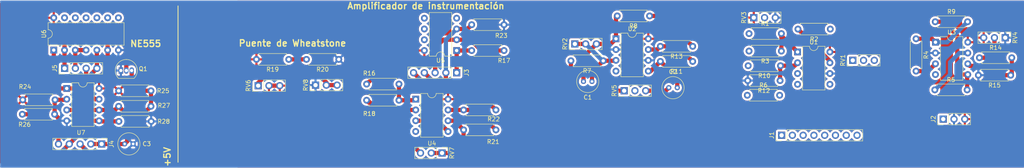
<source format=kicad_pcb>
(kicad_pcb (version 20211014) (generator pcbnew)
  (layers (0 "F.Cu" signal) (31 "B.Cu" signal) (34 "B.Paste" user) (35 "F.Paste" user) (36 "B.SilkS" user "B.Silkscreen") (37 "F.SilkS" user "F.Silkscreen") (38 "B.Mask" user) (39 "F.Mask" user) (44 "Edge.Cuts" user))
  (net 0 "")
  (net 1 "Net-(R3-Pad2)")
  (net 2 "+5V")
  (net 3 "/PID/INTEGRAL")
  (net 4 "GV-")
  (net 5 "GND")
  (net 6 "Net-(R21-Pad2)")
  (net 7 "Net-(R1-Pad1)")
  (net 8 "Net-(R13-Pad1)")
  (net 9 "Net-(R5-Pad2)")
  (net 10 "OUT2")
  (net 11 "Net-(C1-Pad1)")
  (net 12 "Net-(R21-Pad1)")
  (net 13 "Net-(R10-Pad2)")
  (net 14 "Net-(C2-Pad2)")
  (net 15 "Net-(R14-Pad1)")
  (net 16 "V+")
  (net 17 "VCC")
  (net 18 "Net-(R16-Pad1)")
  (net 19 "Net-(R18-Pad2)")
  (net 20 "GV+")
  (net 21 "OUT")
  (net 22 "/555/THR")
  (net 23 "/PID/ERROR")
  (net 24 "/PID/PERTURBACIÓN")
  (net 25 "/PID/SUMADOR")
  (net 26 "VEE")
  (net 27 "V-")
  (net 31 "/PID/DERIVATIVO")
  (net 32 "/PID/PROPORCIONAL")
  (net 33 "/PID/SP")
  (net 40 "Net-(C2-Pad1)")
  (net 41 "/555/DIS")
  (net 42 "/555/OP2-")
  (net 43 "/555/OP2+")
  (net 44 "/555/Q")
  (net 45 "/555/~Q")
  (net 46 "/555/OP1")
  (net 47 "/555/OP2")
  (footprint "Connector_PinHeader_2.54mm:PinHeader_1x03_P2.54mm_Vertical" (layer "F.Cu") (at 167.3798 107.6084 90)
    (fp_text reference "RV5" (at 0 -2.33 90) (layer "F.SilkS"))
    (fp_text value "RP")
    (pad "1" thru_hole rect (at 0 0 90) (size 1.7 1.7) (drill 1) (layers *.Cu *.Mask) (net 23 "/PID/ERROR"))
    (pad "2" thru_hole oval (at 0 2.54 90) (size 1.7 1.7) (drill 1) (layers *.Cu *.Mask) (net 23 "/PID/ERROR"))
    (pad "3" thru_hole oval (at 0 5.08 90) (size 1.7 1.7) (drill 1) (layers *.Cu *.Mask) (net 40 "Net-(C2-Pad1)"))
  )
  (footprint "Resistor_THT:R_Axial_DIN0207_L6.3mm_D2.5mm_P7.62mm_Horizontal" (layer "F.Cu") (at 25.6286 109.7534)
    (fp_text reference "R24" (at 0.54 -3.0734) (layer "F.SilkS"))
    (fp_text value "5k")
    (pad "1" thru_hole circle (at 0 0) (size 1.6 1.6) (drill 0.8) (layers *.Cu *.Mask) (net 2 "+5V"))
    (pad "2" thru_hole oval (at 7.62 0) (size 1.6 1.6) (drill 0.8) (layers *.Cu *.Mask) (net 43 "/555/OP2+"))
  )
  (footprint "Resistor_THT:R_Axial_DIN0207_L6.3mm_D2.5mm_P7.62mm_Horizontal" (layer "F.Cu") (at 88.33 100.2176 180)
    (fp_text reference "R19" (at 3.81 -2.37 180) (layer "F.SilkS"))
    (fp_text value "1k")
    (pad "1" thru_hole circle (at 0 0 180) (size 1.6 1.6) (drill 0.8) (layers *.Cu *.Mask) (net 16 "V+"))
    (pad "2" thru_hole oval (at 7.62 0 180) (size 1.6 1.6) (drill 0.8) (layers *.Cu *.Mask) (net 17 "VCC"))
  )
  (footprint "Package_DIP:DIP-8_W7.62mm" (layer "F.Cu") (at 208.2518 98.4744)
    (fp_text reference "U1" (at 3.81 -2.33) (layer "F.SilkS"))
    (fp_text value "TL062")
    (pad "1" thru_hole rect (at 0 0) (size 1.6 1.6) (drill 0.8) (layers *.Cu *.Mask) (net 23 "/PID/ERROR"))
    (pad "2" thru_hole oval (at 0 2.54) (size 1.6 1.6) (drill 0.8) (layers *.Cu *.Mask) (net 33 "/PID/SP"))
    (pad "3" thru_hole oval (at 0 5.08) (size 1.6 1.6) (drill 0.8) (layers *.Cu *.Mask) (net 1 "Net-(R3-Pad2)"))
    (pad "4" thru_hole oval (at 0 7.62) (size 1.6 1.6) (drill 0.8) (layers *.Cu *.Mask) (net 26 "VEE"))
    (pad "5" thru_hole oval (at 7.62 7.62) (size 1.6 1.6) (drill 0.8) (layers *.Cu *.Mask) (net 7 "Net-(R1-Pad1)"))
    (pad "6" thru_hole oval (at 7.62 5.08) (size 1.6 1.6) (drill 0.8) (layers *.Cu *.Mask) (net 5 "GND"))
    (pad "7" thru_hole oval (at 7.62 2.54) (size 1.6 1.6) (drill 0.8) (layers *.Cu *.Mask) (net 32 "/PID/PROPORCIONAL"))
    (pad "8" thru_hole oval (at 7.62 0) (size 1.6 1.6) (drill 0.8) (layers *.Cu *.Mask) (net 17 "VCC"))
  )
  (footprint "Resistor_THT:R_Axial_DIN0207_L6.3mm_D2.5mm_P7.62mm_Horizontal" (layer "F.Cu") (at 183.5342 97.1436 180)
    (fp_text reference "R13" (at 3.81 -2.37 180) (layer "F.SilkS"))
    (fp_text value "5k")
    (pad "1" thru_hole circle (at 0 0 180) (size 1.6 1.6) (drill 0.8) (layers *.Cu *.Mask) (net 8 "Net-(R13-Pad1)"))
    (pad "2" thru_hole oval (at 7.62 0 180) (size 1.6 1.6) (drill 0.8) (layers *.Cu *.Mask) (net 31 "/PID/DERIVATIVO"))
  )
  (footprint "Connector_PinHeader_2.54mm:PinHeader_1x03_P2.54mm_Vertical" (layer "F.Cu") (at 257.198 95.1116 -90)
    (fp_text reference "RV4" (at 0 -2.33 -90) (layer "F.SilkS"))
    (fp_text value "RP")
    (pad "1" thru_hole rect (at 0 0 270) (size 1.7 1.7) (drill 1) (layers *.Cu *.Mask) (net 5 "GND"))
    (pad "2" thru_hole oval (at 0 2.54 270) (size 1.7 1.7) (drill 1) (layers *.Cu *.Mask) (net 15 "Net-(R14-Pad1)"))
    (pad "3" thru_hole oval (at 0 5.08 270) (size 1.7 1.7) (drill 1) (layers *.Cu *.Mask) (net 17 "VCC"))
  )
  (footprint "Connector_PinHeader_2.54mm:PinHeader_1x03_P2.54mm_Vertical" (layer "F.Cu") (at 197.9294 90.3872 90)
    (fp_text reference "RV3" (at 0 -2.33 90) (layer "F.SilkS"))
    (fp_text value "RP")
    (pad "1" thru_hole rect (at 0 0 90) (size 1.7 1.7) (drill 1) (layers *.Cu *.Mask) (net 17 "VCC"))
    (pad "2" thru_hole oval (at 0 2.54 90) (size 1.7 1.7) (drill 1) (layers *.Cu *.Mask) (net 13 "Net-(R10-Pad2)"))
    (pad "3" thru_hole oval (at 0 5.08 90) (size 1.7 1.7) (drill 1) (layers *.Cu *.Mask) (net 5 "GND"))
  )
  (footprint "Resistor_THT:R_Axial_DIN0207_L6.3mm_D2.5mm_P7.62mm_Horizontal" (layer "F.Cu") (at 48.2346 107.6198)
    (fp_text reference "R25" (at 10.4902 0.0254) (layer "F.SilkS"))
    (fp_text value "100R")
    (pad "1" thru_hole circle (at 0 0) (size 1.6 1.6) (drill 0.8) (layers *.Cu *.Mask) (net 2 "+5V"))
    (pad "2" thru_hole oval (at 7.62 0) (size 1.6 1.6) (drill 0.8) (layers *.Cu *.Mask) (net 41 "/555/DIS"))
  )
  (footprint "Capacitor_THT:C_Radial_D5.0mm_H5.0mm_P2.00mm" (layer "F.Cu") (at 177.8954 106.8972)
    (fp_text reference "C2" (at 1 -3.75) (layer "F.SilkS"))
    (fp_text value "10u")
    (pad "1" thru_hole circle (at 0 0) (size 1.2 1.2) (drill 0.6) (layers *.Cu *.Mask) (net 40 "Net-(C2-Pad1)"))
    (pad "2" thru_hole circle (at 2 0) (size 1.2 1.2) (drill 0.6) (layers *.Cu *.Mask) (net 14 "Net-(C2-Pad2)"))
  )
  (footprint "Resistor_THT:R_Axial_DIN0207_L6.3mm_D2.5mm_P7.62mm_Horizontal" (layer "F.Cu") (at 204.127 105.2208 180)
    (fp_text reference "R12" (at 3.81 -2.37 180) (layer "F.SilkS"))
    (fp_text value "5k")
    (pad "1" thru_hole circle (at 0 0 180) (size 1.6 1.6) (drill 0.8) (layers *.Cu *.Mask) (net 33 "/PID/SP"))
    (pad "2" thru_hole oval (at 7.62 0 180) (size 1.6 1.6) (drill 0.8) (layers *.Cu *.Mask) (net 5 "GND"))
  )
  (footprint "Package_DIP:DIP-8_W7.62mm" (layer "F.Cu") (at 165.4494 95.3656)
    (fp_text reference "U2" (at 3.81 -2.33) (layer "F.SilkS"))
    (fp_text value "TL062")
    (pad "1" thru_hole rect (at 0 0) (size 1.6 1.6) (drill 0.8) (layers *.Cu *.Mask) (net 3 "/PID/INTEGRAL"))
    (pad "2" thru_hole oval (at 0 2.54) (size 1.6 1.6) (drill 0.8) (layers *.Cu *.Mask) (net 5 "GND"))
    (pad "3" thru_hole oval (at 0 5.08) (size 1.6 1.6) (drill 0.8) (layers *.Cu *.Mask) (net 11 "Net-(C1-Pad1)"))
    (pad "4" thru_hole oval (at 0 7.62) (size 1.6 1.6) (drill 0.8) (layers *.Cu *.Mask) (net 26 "VEE"))
    (pad "5" thru_hole oval (at 7.62 7.62) (size 1.6 1.6) (drill 0.8) (layers *.Cu *.Mask) (net 14 "Net-(C2-Pad2)"))
    (pad "6" thru_hole oval (at 7.62 5.08) (size 1.6 1.6) (drill 0.8) (layers *.Cu *.Mask) (net 5 "GND"))
    (pad "7" thru_hole oval (at 7.62 2.54) (size 1.6 1.6) (drill 0.8) (layers *.Cu *.Mask) (net 31 "/PID/DERIVATIVO"))
    (pad "8" thru_hole oval (at 7.62 0) (size 1.6 1.6) (drill 0.8) (layers *.Cu *.Mask) (net 17 "VCC"))
  )
  (footprint "Connector_PinHeader_2.54mm:PinHeader_1x03_P2.54mm_Vertical" (layer "F.Cu") (at 124.4576 122.2896 -90)
    (fp_text reference "RV7" (at 0 -2.33 -90) (layer "F.SilkS"))
    (fp_text value "RP")
    (pad "1" thru_hole rect (at 0 0 270) (size 1.7 1.7) (drill 1) (layers *.Cu *.Mask) (net 12 "Net-(R21-Pad1)"))
    (pad "2" thru_hole oval (at 0 2.54 270) (size 1.7 1.7) (drill 1) (layers *.Cu *.Mask) (net 12 "Net-(R21-Pad1)"))
    (pad "3" thru_hole oval (at 0 5.08 270) (size 1.7 1.7) (drill 1) (layers *.Cu *.Mask) (net 19 "Net-(R18-Pad2)"))
  )
  (footprint "Resistor_THT:R_Axial_DIN0207_L6.3mm_D2.5mm_P7.62mm_Horizontal" (layer "F.Cu") (at 100.12 100.2176 180)
    (fp_text reference "R20" (at 3.81 -2.37 180) (layer "F.SilkS"))
    (fp_text value "1k")
    (pad "1" thru_hole circle (at 0 0 180) (size 1.6 1.6) (drill 0.8) (layers *.Cu *.Mask) (net 5 "GND"))
    (pad "2" thru_hole oval (at 7.62 0 180) (size 1.6 1.6) (drill 0.8) (layers *.Cu *.Mask) (net 16 "V+"))
  )
  (footprint "Connector_PinHeader_2.54mm:PinHeader_1x08_P2.54mm_Vertical" (layer "F.Cu") (at 204.485 118.11 90)
    (fp_text reference "J1" (at 0 -2.33 90) (layer "F.SilkS"))
    (fp_text value "Conn_01x08")
    (pad "1" thru_hole rect (at 0 0 90) (size 1.7 1.7) (drill 1) (layers *.Cu *.Mask) (net 23 "/PID/ERROR"))
    (pad "2" thru_hole oval (at 0 2.54 90) (size 1.7 1.7) (drill 1) (layers *.Cu *.Mask) (net 24 "/PID/PERTURBACIÓN"))
    (pad "3" thru_hole oval (at 0 5.08 90) (size 1.7 1.7) (drill 1) (layers *.Cu *.Mask) (net 25 "/PID/SUMADOR"))
    (pad "4" thru_hole oval (at 0 7.62 90) (size 1.7 1.7) (drill 1) (layers *.Cu *.Mask) (net 31 "/PID/DERIVATIVO"))
    (pad "5" thru_hole oval (at 0 10.16 90) (size 1.7 1.7) (drill 1) (layers *.Cu *.Mask) (net 3 "/PID/INTEGRAL"))
    (pad "6" thru_hole oval (at 0 12.7 90) (size 1.7 1.7) (drill 1) (layers *.Cu *.Mask) (net 32 "/PID/PROPORCIONAL"))
    (pad "7" thru_hole oval (at 0 15.24 90) (size 1.7 1.7) (drill 1) (layers *.Cu *.Mask) (net 10 "OUT2"))
    (pad "8" thru_hole oval (at 0 17.78 90) (size 1.7 1.7) (drill 1) (layers *.Cu *.Mask) (net 33 "/PID/SP"))
  )
  (footprint "Package_DIP:DIP-14_W7.62mm" (layer "F.Cu") (at 32.9388 98.034 90)
    (fp_text reference "U6" (at 3.81 -2.33 90) (layer "F.SilkS"))
    (fp_text value "7400")
    (pad "1" thru_hole rect (at 0 0 90) (size 1.6 1.6) (drill 0.8) (layers *.Cu *.Mask) (net 46 "/555/OP1"))
    (pad "2" thru_hole oval (at 0 2.54 90) (size 1.6 1.6) (drill 0.8) (layers *.Cu *.Mask) (net 45 "/555/~Q"))
    (pad "3" thru_hole oval (at 0 5.08 90) (size 1.6 1.6) (drill 0.8) (layers *.Cu *.Mask) (net 44 "/555/Q"))
    (pad "4" thru_hole oval (at 0 7.62 90) (size 1.6 1.6) (drill 0.8) (layers *.Cu *.Mask) (net 44 "/555/Q"))
    (pad "5" thru_hole oval (at 0 10.16 90) (size 1.6 1.6) (drill 0.8) (layers *.Cu *.Mask) (net 47 "/555/OP2"))
    (pad "6" thru_hole oval (at 0 12.7 90) (size 1.6 1.6) (drill 0.8) (layers *.Cu *.Mask) (net 45 "/555/~Q"))
    (pad "7" thru_hole oval (at 0 15.24 90) (size 1.6 1.6) (drill 0.8) (layers *.Cu *.Mask) (net 5 "GND"))
    (pad "8" thru_hole oval (at 7.62 15.24 90) (size 1.6 1.6) (drill 0.8) (layers *.Cu *.Mask))
    (pad "9" thru_hole oval (at 7.62 12.7 90) (size 1.6 1.6) (drill 0.8) (layers *.Cu *.Mask))
    (pad "10" thru_hole oval (at 7.62 10.16 90) (size 1.6 1.6) (drill 0.8) (layers *.Cu *.Mask))
    (pad "11" thru_hole oval (at 7.62 7.62 90) (size 1.6 1.6) (drill 0.8) (layers *.Cu *.Mask))
    (pad "12" thru_hole oval (at 7.62 5.08 90) (size 1.6 1.6) (drill 0.8) (layers *.Cu *.Mask))
    (pad "13" thru_hole oval (at 7.62 2.54 90) (size 1.6 1.6) (drill 0.8) (layers *.Cu *.Mask))
    (pad "14" thru_hole oval (at 7.62 0 90) (size 1.6 1.6) (drill 0.8) (layers *.Cu *.Mask) (net 2 "+5V"))
  )
  (footprint "Resistor_THT:R_Axial_DIN0207_L6.3mm_D2.5mm_P7.62mm_Horizontal" (layer "F.Cu") (at 204.4318 98.2612 180)
    (fp_text reference "R3" (at 3.81 -2.37 180) (layer "F.SilkS"))
    (fp_text value "5k")
    (pad "1" thru_hole circle (at 0 0 180) (size 1.6 1.6) (drill 0.8) (layers *.Cu *.Mask) (net 23 "/PID/ERROR"))
    (pad "2" thru_hole oval (at 7.62 0 180) (size 1.6 1.6) (drill 0.8) (layers *.Cu *.Mask) (net 1 "Net-(R3-Pad2)"))
  )
  (footprint "Connector_PinHeader_2.54mm:PinHeader_1x05_P2.54mm_Vertical" (layer "F.Cu") (at 44.2164 120.1674 -90)
    (fp_text reference "J4" (at 0 -2.33 -90) (layer "F.SilkS"))
    (fp_text value "Conn_01x05")
    (pad "1" thru_hole rect (at 0 0 270) (size 1.7 1.7) (drill 1) (layers *.Cu *.Mask) (net 22 "/555/THR"))
    (pad "2" thru_hole oval (at 0 2.54 270) (size 1.7 1.7) (drill 1) (layers *.Cu *.Mask) (net 22 "/555/THR"))
    (pad "3" thru_hole oval (at 0 5.08 270) (size 1.7 1.7) (drill 1) (layers *.Cu *.Mask) (net 41 "/555/DIS"))
    (pad "4" thru_hole oval (at 0 7.62 270) (size 1.7 1.7) (drill 1) (layers *.Cu *.Mask) (net 42 "/555/OP2-"))
    (pad "5" thru_hole oval (at 0 10.16 270) (size 1.7 1.7) (drill 1) (layers *.Cu *.Mask) (net 43 "/555/OP2+"))
  )
  (footprint "Resistor_THT:R_Axial_DIN0207_L6.3mm_D2.5mm_P7.62mm_Horizontal" (layer "F.Cu") (at 204.2286 101.7156 180)
    (fp_text reference "R10" (at 3.81 -2.37 180) (layer "F.SilkS"))
    (fp_text value "5k")
    (pad "1" thru_hole circle (at 0 0 180) (size 1.6 1.6) (drill 0.8) (layers *.Cu *.Mask) (net 33 "/PID/SP"))
    (pad "2" thru_hole oval (at 7.62 0 180) (size 1.6 1.6) (drill 0.8) (layers *.Cu *.Mask) (net 13 "Net-(R10-Pad2)"))
  )
  (footprint "Resistor_THT:R_Axial_DIN0207_L6.3mm_D2.5mm_P7.62mm_Horizontal" (layer "F.Cu") (at 240.6014 107.4052)
    (fp_text reference "R5" (at 3.81 -2.37) (layer "F.SilkS"))
    (fp_text value "1k")
    (pad "1" thru_hole circle (at 0 0) (size 1.6 1.6) (drill 0.8) (layers *.Cu *.Mask) (net 10 "OUT2"))
    (pad "2" thru_hole oval (at 7.62 0) (size 1.6 1.6) (drill 0.8) (layers *.Cu *.Mask) (net 9 "Net-(R5-Pad2)"))
  )
  (footprint "Package_DIP:DIP-8_W7.62mm" (layer "F.Cu") (at 118.2526 109.5996)
    (fp_text reference "U4" (at 3.81 10.4154) (layer "F.SilkS"))
    (fp_text value "TL062")
    (pad "1" thru_hole rect (at 0 0) (size 1.6 1.6) (drill 0.8) (layers *.Cu *.Mask) (net 18 "Net-(R16-Pad1)"))
    (pad "2" thru_hole oval (at 0 2.54) (size 1.6 1.6) (drill 0.8) (layers *.Cu *.Mask) (net 19 "Net-(R18-Pad2)"))
    (pad "3" thru_hole oval (at 0 5.08) (size 1.6 1.6) (drill 0.8) (layers *.Cu *.Mask) (net 16 "V+"))
    (pad "4" thru_hole oval (at 0 7.62) (size 1.6 1.6) (drill 0.8) (layers *.Cu *.Mask) (net 26 "VEE"))
    (pad "5" thru_hole oval (at 7.62 7.62) (size 1.6 1.6) (drill 0.8) (layers *.Cu *.Mask) (net 27 "V-"))
    (pad "6" thru_hole oval (at 7.62 5.08) (size 1.6 1.6) (drill 0.8) (layers *.Cu *.Mask) (net 12 "Net-(R21-Pad1)"))
    (pad "7" thru_hole oval (at 7.62 2.54) (size 1.6 1.6) (drill 0.8) (layers *.Cu *.Mask) (net 6 "Net-(R21-Pad2)"))
    (pad "8" thru_hole oval (at 7.62 0) (size 1.6 1.6) (drill 0.8) (layers *.Cu *.Mask) (net 17 "VCC"))
  )
  (footprint "Capacitor_THT:C_Radial_D5.0mm_H5.0mm_P2.00mm" (layer "F.Cu") (at 159.7946 105.424 180)
    (fp_text reference "C1" (at 1 -3.75 180) (layer "F.SilkS"))
    (fp_text value "100u")
    (pad "1" thru_hole circle (at 0 0 180) (size 1.2 1.2) (drill 0.6) (layers *.Cu *.Mask) (net 11 "Net-(C1-Pad1)"))
    (pad "2" thru_hole circle (at 2 0 180) (size 1.2 1.2) (drill 0.6) (layers *.Cu *.Mask) (net 3 "/PID/INTEGRAL"))
  )
  (footprint "Package_TO_SOT_THT:TO-92_Inline" (layer "F.Cu") (at 48.768 102.849)
    (fp_text reference "Q1" (at 5.2324 -0.3854) (layer "F.SilkS"))
    (fp_text value "2N2222")
    (pad "1" thru_hole rect (at 0 0) (size 1.05 1.5) (drill 0.75) (layers *.Cu *.Mask) (net 5 "GND"))
    (pad "2" thru_hole oval (at 1.27 0) (size 1.05 1.5) (drill 0.75) (layers *.Cu *.Mask) (net 45 "/555/~Q"))
    (pad "3" thru_hole oval (at 2.54 0) (size 1.05 1.5) (drill 0.75) (layers *.Cu *.Mask) (net 41 "/555/DIS"))
  )
  (footprint "Package_DIP:DIP-8_W7.62mm" (layer "F.Cu") (at 240.7538 96.1784)
    (fp_text reference "U3" (at 3.81 -2.33) (layer "F.SilkS"))
    (fp_text value "TL062")
    (pad "1" thru_hole rect (at 0 0) (size 1.6 1.6) (drill 0.8) (layers *.Cu *.Mask) (net 25 "/PID/SUMADOR"))
    (pad "2" thru_hole oval (at 0 2.54) (size 1.6 1.6) (drill 0.8) (layers *.Cu *.Mask) (net 5 "GND"))
    (pad "3" thru_hole oval (at 0 5.08) (size 1.6 1.6) (drill 0.8) (layers *.Cu *.Mask) (net 8 "Net-(R13-Pad1)"))
    (pad "4" thru_hole oval (at 0 7.62) (size 1.6 1.6) (drill 0.8) (layers *.Cu *.Mask) (net 26 "VEE"))
    (pad "5" thru_hole oval (at 7.62 7.62) (size 1.6 1.6) (drill 0.8) (layers *.Cu *.Mask) (net 9 "Net-(R5-Pad2)"))
    (pad "6" thru_hole oval (at 7.62 5.08) (size 1.6 1.6) (drill 0.8) (layers *.Cu *.Mask) (net 24 "/PID/PERTURBACIÓN"))
    (pad "7" thru_hole oval (at 7.62 2.54) (size 1.6 1.6) (drill 0.8) (layers *.Cu *.Mask) (net 10 "OUT2"))
    (pad "8" thru_hole oval (at 7.62 0) (size 1.6 1.6) (drill 0.8) (layers *.Cu *.Mask) (net 17 "VCC"))
  )
  (footprint "Resistor_THT:R_Axial_DIN0207_L6.3mm_D2.5mm_P7.62mm_Horizontal" (layer "F.Cu") (at 162.4522 100.5472 180)
    (fp_text reference "R7" (at 3.81 -2.37 180) (layer "F.SilkS"))
    (fp_text value "5k")
    (pad "1" thru_hole circle (at 0 0 180) (size 1.6 1.6) (drill 0.8) (layers *.Cu *.Mask) (net 11 "Net-(C1-Pad1)"))
    (pad "2" thru_hole oval (at 7.62 0 180) (size 1.6 1.6) (drill 0.8) (layers *.Cu *.Mask) (net 23 "/PID/ERROR"))
  )
  (footprint "Resistor_THT:R_Axial_DIN0207_L6.3mm_D2.5mm_P7.62mm_Horizontal" (layer "F.Cu") (at 114.3 109.855 180)
    (fp_text reference "R18" (at 6.985 -3.175 180) (layer "F.SilkS"))
    (fp_text value "1k")
    (pad "1" thru_hole circle (at 0 0 180) (size 1.6 1.6) (drill 0.8) (layers *.Cu *.Mask) (net 18 "Net-(R16-Pad1)"))
    (pad "2" thru_hole oval (at 7.62 0 180) (size 1.6 1.6) (drill 0.8) (layers *.Cu *.Mask) (net 19 "Net-(R18-Pad2)"))
  )
  (footprint "Resistor_THT:R_Axial_DIN0207_L6.3mm_D2.5mm_P7.62mm_Horizontal" (layer "F.Cu") (at 196.4054 108.6752)
    (fp_text reference "R6" (at 3.81 -2.37) (layer "F.SilkS"))
    (fp_text value "5k")
    (pad "1" thru_hole circle (at 0 0) (size 1.6 1.6) (drill 0.8) (layers *.Cu *.Mask) (net 1 "Net-(R3-Pad2)"))
    (pad "2" thru_hole oval (at 7.62 0) (size 1.6 1.6) (drill 0.8) (layers *.Cu *.Mask) (net 10 "OUT2"))
  )
  (footprint "Resistor_THT:R_Axial_DIN0207_L6.3mm_D2.5mm_P7.62mm_Horizontal" (layer "F.Cu") (at 258.483 103.9508 180)
    (fp_text reference "R15" (at 3.81 -2.37 180) (layer "F.SilkS"))
    (fp_text value "1k")
    (pad "1" thru_hole circle (at 0 0 180) (size 1.6 1.6) (drill 0.8) (layers *.Cu *.Mask) (net 24 "/PID/PERTURBACIÓN"))
    (pad "2" thru_hole oval (at 7.62 0 180) (size 1.6 1.6) (drill 0.8) (layers *.Cu *.Mask) (net 5 "GND"))
  )
  (footprint "Connector_PinHeader_2.54mm:PinHeader_1x04_P2.54mm_Vertical" (layer "F.Cu") (at 35.4938 102.3366 90)
    (fp_text reference "J5" (at 0 -2.33 90) (layer "F.SilkS"))
    (fp_text value "Conn_01x04")
    (pad "1" thru_hole rect (at 0 0 90) (size 1.7 1.7) (drill 1) (layers *.Cu *.Mask) (net 45 "/555/~Q"))
    (pad "2" thru_hole oval (at 0 2.54 90) (size 1.7 1.7) (drill 1) (layers *.Cu *.Mask) (net 44 "/555/Q"))
    (pad "3" thru_hole oval (at 0 5.08 90) (size 1.7 1.7) (drill 1) (layers *.Cu *.Mask) (net 46 "/555/OP1"))
    (pad "4" thru_hole oval (at 0 7.62 90) (size 1.7 1.7) (drill 1) (layers *.Cu *.Mask) (net 47 "/555/OP2"))
  )
  (footprint "Resistor_THT:R_Axial_DIN0207_L6.3mm_D2.5mm_P7.62mm_Horizontal" (layer "F.Cu") (at 33.147 113.157 180)
    (fp_text reference "R26" (at 7.08 -2.413 180) (layer "F.SilkS"))
    (fp_text value "5k")
    (pad "1" thru_hole circle (at 0 0 180) (size 1.6 1.6) (drill 0.8) (layers *.Cu *.Mask) (net 43 "/555/OP2+"))
    (pad "2" thru_hole oval (at 7.62 0 180) (size 1.6 1.6) (drill 0.8) (layers *.Cu *.Mask) (net 42 "/555/OP2-"))
  )
  (footprint "Resistor_THT:R_Axial_DIN0207_L6.3mm_D2.5mm_P7.62mm_Horizontal" (layer "F.Cu") (at 129.54 112.1396)
    (fp_text reference "R22" (at 7.08 2.1704) (layer "F.SilkS"))
    (fp_text value "1k")
    (pad "1" thru_hole circle (at 0 0) (size 1.6 1.6) (drill 0.8) (layers *.Cu *.Mask) (net 6 "Net-(R21-Pad2)"))
    (pad "2" thru_hole oval (at 7.62 0) (size 1.6 1.6) (drill 0.8) (layers *.Cu *.Mask) (net 4 "GV-"))
  )
  (footprint "Resistor_THT:R_Axial_DIN0207_L6.3mm_D2.5mm_P7.62mm_Horizontal" (layer "F.Cu") (at 139.065 98.1346 180)
    (fp_text reference "R17" (at 0 -2.37 180) (layer "F.SilkS"))
    (fp_text value "10k")
    (pad "1" thru_hole circle (at 0 0 180) (size 1.6 1.6) (drill 0.8) (layers *.Cu *.Mask) (net 20 "GV+"))
    (pad "2" thru_hole oval (at 7.62 0 180) (size 1.6 1.6) (drill 0.8) (layers *.Cu *.Mask) (net 21 "OUT"))
  )
  (footprint "Resistor_THT:R_Axial_DIN0207_L6.3mm_D2.5mm_P7.62mm_Horizontal" (layer "F.Cu") (at 55.8546 111.2774 180)
    (fp_text reference "R27" (at -3.048 0.1778 180) (layer "F.SilkS"))
    (fp_text value "2k")
    (pad "1" thru_hole circle (at 0 0 180) (size 1.6 1.6) (drill 0.8) (layers *.Cu *.Mask) (net 41 "/555/DIS"))
    (pad "2" thru_hole oval (at 7.62 0 180) (size 1.6 1.6) (drill 0.8) (layers *.Cu *.Mask) (net 22 "/555/THR"))
  )
  (footprint "Resistor_THT:R_Axial_DIN0207_L6.3mm_D2.5mm_P7.62mm_Horizontal" (layer "F.Cu") (at 173.3742 89.9808 180)
    (fp_text reference "R8" (at 3.81 -2.37 180) (layer "F.SilkS"))
    (fp_text value "5k")
    (pad "1" thru_hole circle (at 0 0 180) (size 1.6 1.6) (drill 0.8) (layers *.Cu *.Mask) (net 8 "Net-(R13-Pad1)"))
    (pad "2" thru_hole oval (at 7.62 0 180) (size 1.6 1.6) (drill 0.8) (layers *.Cu *.Mask) (net 3 "/PID/INTEGRAL"))
  )
  (footprint "Resistor_THT:R_Axial_DIN0207_L6.3mm_D2.5mm_P7.62mm_Horizontal" (layer "F.Cu") (at 129.54 116.84)
    (fp_text reference "R21" (at 6.9724 2.8054) (layer "F.SilkS"))
    (fp_text value "1k")
    (pad "1" thru_hole circle (at 0 0) (size 1.6 1.6) (drill 0.8) (layers *.Cu *.Mask) (net 12 "Net-(R21-Pad1)"))
    (pad "2" thru_hole oval (at 7.62 0) (size 1.6 1.6) (drill 0.8) (layers *.Cu *.Mask) (net 6 "Net-(R21-Pad2)"))
  )
  (footprint "Resistor_THT:R_Axial_DIN0207_L6.3mm_D2.5mm_P7.62mm_Horizontal" (layer "F.Cu") (at 236.1818 95.3656 -90)
    (fp_text reference "R4" (at 3.81 -2.37 -90) (layer "F.SilkS"))
    (fp_text value "5k")
    (pad "1" thru_hole circle (at 0 0 270) (size 1.6 1.6) (drill 0.8) (layers *.Cu *.Mask) (net 25 "/PID/SUMADOR"))
    (pad "2" thru_hole oval (at 7.62 0 270) (size 1.6 1.6) (drill 0.8) (layers *.Cu *.Mask) (net 8 "Net-(R13-Pad1)"))
  )
  (footprint "Resistor_THT:R_Axial_DIN0207_L6.3mm_D2.5mm_P7.62mm_Horizontal" (layer "F.Cu") (at 183.5342 100.6996 180)
    (fp_text reference "R11" (at 3.81 -2.37 180) (layer "F.SilkS"))
    (fp_text value "5k")
    (pad "1" thru_hole circle (at 0 0 180) (size 1.6 1.6) (drill 0.8) (layers *.Cu *.Mask) (net 31 "/PID/DERIVATIVO"))
    (pad "2" thru_hole oval (at 7.62 0 180) (size 1.6 1.6) (drill 0.8) (layers *.Cu *.Mask) (net 14 "Net-(C2-Pad2)"))
  )
  (footprint "Connector_PinHeader_2.54mm:PinHeader_1x03_P2.54mm_Vertical" (layer "F.Cu") (at 155.7616 96.5848 90)
    (fp_text reference "RV2" (at 0 -2.33 90) (layer "F.SilkS"))
    (fp_text value "RP")
    (pad "1" thru_hole rect (at 0 0 90) (size 1.7 1.7) (drill 1) (layers *.Cu *.Mask) (net 11 "Net-(C1-Pad1)"))
    (pad "2" thru_hole oval (at 0 2.54 90) (size 1.7 1.7) (drill 1) (layers *.Cu *.Mask) (net 11 "Net-(C1-Pad1)"))
    (pad "3" thru_hole oval (at 0 5.08 90) (size 1.7 1.7) (drill 1) (layers *.Cu *.Mask) (net 3 "/PID/INTEGRAL"))
  )
  (footprint "Resistor_THT:R_Axial_DIN0207_L6.3mm_D2.5mm_P7.62mm_Horizontal" (layer "F.Cu") (at 114.3 106.045 180)
    (fp_text reference "R16" (at 6.985 2.54 180) (layer "F.SilkS"))
    (fp_text value "R1")
    (pad "1" thru_hole circle (at 0 0 180) (size 1.6 1.6) (drill 0.8) (layers *.Cu *.Mask) (net 18 "Net-(R16-Pad1)"))
    (pad "2" thru_hole oval (at 7.62 0 180) (size 1.6 1.6) (drill 0.8) (layers *.Cu *.Mask) (net 20 "GV+"))
  )
  (footprint "Package_DIP:DIP-8_W7.62mm" (layer "F.Cu") (at 127.9016 98.1346 180)
    (fp_text reference "U5" (at 3.81 -2.33 180) (layer "F.SilkS"))
    (fp_text value "TL062")
    (pad "1" thru_hole rect (at 0 0 180) (size 1.6 1.6) (drill 0.8) (layers *.Cu *.Mask) (net 21 "OUT"))
    (pad "2" thru_hole oval (at 0 2.54 180) (size 1.6 1.6) (drill 0.8) (layers *.Cu *.Mask) (net 20 "GV+"))
    (pad "3" thru_hole oval (at 0 5.08 180) (size 1.6 1.6) (drill 0.8) (layers *.Cu *.Mask) (net 4 "GV-"))
    (pad "4" thru_hole oval (at 0 7.62 180) (size 1.6 1.6) (drill 0.8) (layers *.Cu *.Mask) (net 26 "VEE"))
    (pad "5" thru_hole oval (at 7.62 7.62 180) (size 1.6 1.6) (drill 0.8) (layers *.Cu *.Mask))
    (pad "6" thru_hole oval (at 7.62 5.08 180) (size 1.6 1.6) (drill 0.8) (layers *.Cu *.Mask))
    (pad "7" thru_hole oval (at 7.62 2.54 180) (size 1.6 1.6) (drill 0.8) (layers *.Cu *.Mask))
    (pad "8" thru_hole oval (at 7.62 0 180) (size 1.6 1.6) (drill 0.8) (layers *.Cu *.Mask) (net 17 "VCC"))
  )
  (footprint "Capacitor_THT:C_Radial_D5.0mm_H5.0mm_P2.00mm" (layer "F.Cu") (at 49.6476 120.142)
    (fp_text reference "C3" (at 5.207 0) (layer "F.SilkS"))
    (fp_text value "10u")
    (pad "1" thru_hole circle (at 0 0) (size 1.2 1.2) (drill 0.6) (layers *.Cu *.Mask) (net 22 "/555/THR"))
    (pad "2" thru_hole circle (at 2 0) (size 1.2 1.2) (drill 0.6) (layers *.Cu *.Mask) (net 5 "GND"))
  )
  (footprint "Connector_PinHeader_2.54mm:PinHeader_1x05_P2.54mm_Vertical" (layer "F.Cu") (at 127.9016 103.3666 -90)
    (fp_text reference "J3" (at 0 -2.33 -90) (layer "F.SilkS"))
    (fp_text value "Conn_01x05")
    (pad "1" thru_hole rect (at 0 0 270) (size 1.7 1.7) (drill 1) (layers *.Cu *.Mask) (net 21 "OUT"))
    (pad "2" thru_hole oval (at 0 2.54 270) (size 1.7 1.7) (drill 1) (layers *.Cu *.Mask) (net 4 "GV-"))
    (pad "3" thru_hole oval (at 0 5.08 270) (size 1.7 1.7) (drill 1) (layers *.Cu *.Mask) (net 20 "GV+"))
    (pad "4" thru_hole oval (at 0 7.62 270) (size 1.7 1.7) (drill 1) (layers *.Cu *.Mask) (net 27 "V-"))
    (pad "5" thru_hole oval (at 0 10.16 270) (size 1.7 1.7) (drill 1) (layers *.Cu *.Mask) (net 16 "V+"))
  )
  (footprint "Connector_PinHeader_2.54mm:PinHeader_1x03_P2.54mm_Vertical" (layer "F.Cu") (at 81.123 106.4176 90)
    (fp_text reference "RV6" (at 0 -2.33 90) (layer "F.SilkS"))
    (fp_text value "RP")
    (pad "1" thru_hole rect (at 0 0 90) (size 1.7 1.7) (drill 1) (layers *.Cu *.Mask) (net 27 "V-"))
    (pad "2" thru_hole oval (at 0 2.54 90) (size 1.7 1.7) (drill 1) (layers *.Cu *.Mask) (net 17 "VCC"))
    (pad "3" thru_hole oval (at 0 5.08 90) (size 1.7 1.7) (drill 1) (layers *.Cu *.Mask) (net 17 "VCC"))
  )
  (footprint "Connector_PinHeader_2.54mm:PinHeader_1x03_P2.54mm_Vertical" (layer "F.Cu") (at 242.585 114.3 90)
    (fp_text reference "J2" (at 0 -2.33 90) (layer "F.SilkS"))
    (fp_text value "Conn_01x03")
    (pad "1" thru_hole rect (at 0 0 90) (size 1.7 1.7) (drill 1) (layers *.Cu *.Mask) (net 26 "VEE"))
    (pad "2" thru_hole oval (at 0 2.54 90) (size 1.7 1.7) (drill 1) (layers *.Cu *.Mask) (net 5 "GND"))
    (pad "3" thru_hole oval (at 0 5.08 90) (size 1.7 1.7) (drill 1) (layers *.Cu *.Mask) (net 17 "VCC"))
  )
  (footprint "Package_DIP:DIP-8_W7.62mm" (layer "F.Cu") (at 36.0018 107.071)
    (fp_text reference "U7" (at 3.3682 10.404) (layer "F.SilkS"))
    (fp_text value "TL062")
    (pad "1" thru_hole rect (at 0 0) (size 1.6 1.6) (drill 0.8) (layers *.Cu *.Mask) (net 46 "/555/OP1"))
    (pad "2" thru_hole oval (at 0 2.54) (size 1.6 1.6) (drill 0.8) (layers *.Cu *.Mask) (net 43 "/555/OP2+"))
    (pad "3" thru_hole oval (at 0 5.08) (size 1.6 1.6) (drill 0.8) (layers *.Cu *.Mask) (net 22 "/555/THR"))
    (pad "4" thru_hole oval (at 0 7.62) (size 1.6 1.6) (drill 0.8) (layers *.Cu *.Mask) (net 5 "GND"))
    (pad "5" thru_hole oval (at 7.62 7.62) (size 1.6 1.6) (drill 0.8) (layers *.Cu *.Mask) (net 42 "/555/OP2-"))
    (pad "6" thru_hole oval (at 7.62 5.08) (size 1.6 1.6) (drill 0.8) (layers *.Cu *.Mask) (net 22 "/555/THR"))
    (pad "7" thru_hole oval (at 7.62 2.54) (size 1.6 1.6) (drill 0.8) (layers *.Cu *.Mask) (net 47 "/555/OP2"))
    (pad "8" thru_hole oval (at 7.62 0) (size 1.6 1.6) (drill 0.8) (layers *.Cu *.Mask) (net 2 "+5V"))
  )
  (footprint "Resistor_THT:R_Axial_DIN0207_L6.3mm_D2.5mm_P7.62mm_Horizontal" (layer "F.Cu") (at 240.703 91.3524)
    (fp_text reference "R9" (at 3.81 -2.37) (layer "F.SilkS"))
    (fp_text value "1k")
    (pad "1" thru_hole circle (at 0 0) (size 1.6 1.6) (drill 0.8) (layers *.Cu *.Mask) (net 9 "Net-(R5-Pad2)"))
    (pad "2" thru_hole oval (at 7.62 0) (size 1.6 1.6) (drill 0.8) (layers *.Cu *.Mask) (net 25 "/PID/SUMADOR"))
  )
  (footprint "Resistor_THT:R_Axial_DIN0207_L6.3mm_D2.5mm_P7.62mm_Horizontal" (layer "F.Cu") (at 48.2854 114.8334)
    (fp_text reference "R28" (at 10.5664 0.0254) (layer "F.SilkS"))
    (fp_text value "5k")
    (pad "1" thru_hole circle (at 0 0) (size 1.6 1.6) (drill 0.8) (layers *.Cu *.Mask) (net 42 "/555/OP2-"))
    (pad "2" thru_hole oval (at 7.62 0) (size 1.6 1.6) (drill 0.8) (layers *.Cu *.Mask) (net 5 "GND"))
  )
  (footprint "Resistor_THT:R_Axial_DIN0207_L6.3mm_D2.5mm_P7.62mm_Horizontal" (layer "F.Cu") (at 215.9634 93.0796 180)
    (fp_text reference "R2" (at 3.81 -2.37 180) (layer "F.SilkS"))
    (fp_text value "5k")
    (pad "1" thru_hole circle (at 0 0 180) (size 1.6 1.6) (drill 0.8) (layers *.Cu *.Mask) (net 8 "Net-(R13-Pad1)"))
    (pad "2" thru_hole oval (at 7.62 0 180) (size 1.6 1.6) (drill 0.8) (layers *.Cu *.Mask) (net 32 "/PID/PROPORCIONAL"))
  )
  (footprint "Connector_PinHeader_2.54mm:PinHeader_1x03_P2.54mm_Vertical" (layer "F.Cu") (at 221.2616 100.4456 90)
    (fp_text reference "RV1" (at 0 -2.33 90) (layer "F.SilkS"))
    (fp_text value "RP")
    (pad "1" thru_hole rect (at 0 0 90) (size 1.7 1.7) (drill 1) (layers *.Cu *.Mask) (net 7 "Net-(R1-Pad1)"))
    (pad "2" thru_hole oval (at 0 2.54 90) (size 1.7 1.7) (drill 1) (layers *.Cu *.Mask) (net 7 "Net-(R1-Pad1)"))
    (pad "3" thru_hole oval (at 0 5.08 90) (size 1.7 1.7) (drill 1) (layers *.Cu *.Mask) (net 32 "/PID/PROPORCIONAL"))
  )
  (footprint "Connector_PinHeader_2.54mm:PinHeader_1x03_P2.54mm_Vertical" (layer "F.Cu") (at 94.638 106.2876 90)
    (fp_text reference "RV8" (at 0 -2.33 90) (layer "F.SilkS"))
    (fp_text value "RP")
    (pad "1" thru_hole rect (at 0 0 90) (size 1.7 1.7) (drill 1) (layers *.Cu *.Mask) (net 5 "GND"))
    (pad "2" thru_hole oval (at 0 2.54 90) (size 1.7 1.7) (drill 1) (layers *.Cu *.Mask) (net 27 "V-"))
    (pad "3" thru_hole oval (at 0 5.08 90) (size 1.7 1.7) (drill 1) (layers *.Cu *.Mask) (net 27 "V-"))
  )
  (footprint "Resistor_THT:R_Axial_DIN0207_L6.3mm_D2.5mm_P7.62mm_Horizontal" (layer "F.Cu") (at 251.117 99.836)
    (fp_text reference "R14" (at 3.81 -2.37) (layer "F.SilkS"))
    (fp_text value "1k")
    (pad "1" thru_hole circle (at 0 0) (size 1.6 1.6) (drill 0.8) (layers *.Cu *.Mask) (net 15 "Net-(R14-Pad1)"))
    (pad "2" thru_hole oval (at 7.62 0) (size 1.6 1.6) (drill 0.8) (layers *.Cu *.Mask) (net 24 "/PID/PERTURBACIÓN"))
  )
  (footprint "Resistor_THT:R_Axial_DIN0207_L6.3mm_D2.5mm_P7.62mm_Horizontal" (layer "F.Cu") (at 131.445 92.0486)
    (fp_text reference "R23" (at 6.985 2.5664) (layer "F.SilkS"))
    (fp_text value "10k")
    (pad "1" thru_hole circle (at 0 0) (size 1.6 1.6) (drill 0.8) (layers *.Cu *.Mask) (net 4 "GV-"))
    (pad "2" thru_hole oval (at 7.62 0) (size 1.6 1.6) (drill 0.8) (layers *.Cu *.Mask) (net 5 "GND"))
  )
  (footprint "Resistor_THT:R_Axial_DIN0207_L6.3mm_D2.5mm_P7.62mm_Horizontal" (layer "F.Cu") (at 196.8118 94.1464)
    (fp_text reference "R1" (at 3.81 -2.37) (layer "F.SilkS"))
    (fp_text value "5k")
    (pad "1" thru_hole circle (at 0 0) (size 1.6 1.6) (drill 0.8) (layers *.Cu *.Mask) (net 7 "Net-(R1-Pad1)"))
    (pad "2" thru_hole oval (at 7.62 0) (size 1.6 1.6) (drill 0.8) (layers *.Cu *.Mask) (net 23 "/PID/ERROR"))
  )
  (gr_line (start 62.23 87.63) (end 62.23 124.46) (layer "F.SilkS") (width 0.2))
  (gr_text "NE555" (at 54.61 96.52) (layer "F.SilkS") (effects (font (size 1.5 1.5) (thickness 0.3))))
  (gr_text "+5V" (at 59.69 123.19 90) (layer "F.SilkS") (effects (font (size 1.5 1.5) (thickness 0.3))))
  (gr_text "Amplificador de instrumentación" (at 120.65 87.63) (layer "F.SilkS") (effects (font (size 1.5 1.5) (thickness 0.3))))
  (gr_text "Puente de Wheatstone" (at 89.198 96.4076) (layer "F.SilkS") (effects (font (size 1.5 1.5) (thickness 0.3))))
  (segment (start 164.2302 96.5848) (end 165.4494 95.3656) (width 1) (layer "F.Cu") (net 3))
  (segment (start 165.4494 95.3656) (end 165.4494 90.2856) (width 1) (layer "F.Cu") (net 3))
  (segment (start 157.7946 105.424) (end 157.7946 99.6318) (width 1) (layer "F.Cu") (net 3))
  (segment (start 157.7946 99.6318) (end 160.8416 96.5848) (width 1) (layer "F.Cu") (net 3))
  (segment (start 160.8416 96.5848) (end 164.2302 96.5848) (width 1) (layer "F.Cu") (net 3))
  (segment (start 165.4494 90.2856) (end 165.7542 89.9808) (width 1) (layer "F.Cu") (net 3))
  (segment (start 127.9016 93.0546) (end 130.439 93.0546) (width 1) (layer "F.Cu") (net 4))
  (segment (start 137.16 112.1396) (end 134.2404 109.22) (width 1) (layer "F.Cu") (net 4))
  (segment (start 134.2404 109.22) (end 129.54 109.22) (width 1) (layer "F.Cu") (net 4))
  (segment (start 125.3616 105.0416) (end 125.3616 103.3666) (width 1) (layer "F.Cu") (net 4))
  (segment (start 130.439 93.0546) (end 131.445 92.0486) (width 1) (layer "F.Cu") (net 4))
  (segment (start 129.54 109.22) (end 125.3616 105.0416) (width 1) (layer "F.Cu") (net 4))
  (segment (start 125.3616 95.5946) (end 127.9016 93.0546) (width 1) (layer "B.Cu") (net 4))
  (segment (start 125.3616 103.3666) (end 125.3616 95.5946) (width 1) (layer "B.Cu") (net 4))
  (segment (start 132.4596 112.1396) (end 137.16 116.84) (width 1) (layer "F.Cu") (net 6))
  (segment (start 125.8726 112.1396) (end 129.54 112.1396) (width 1) (layer "F.Cu") (net 6))
  (segment (start 129.54 112.1396) (end 132.4596 112.1396) (width 1) (layer "F.Cu") (net 6))
  (segment (start 236.1818 102.9856) (end 239.0266 102.9856) (width 1) (layer "F.Cu") (net 8))
  (segment (start 239.0266 102.9856) (end 240.7538 101.2584) (width 1) (layer "F.Cu") (net 8))
  (segment (start 176.3714 89.9808) (end 183.5342 97.1436) (width 1) (layer "F.Cu") (net 8))
  (segment (start 173.3742 89.9808) (end 176.3714 89.9808) (width 1) (layer "F.Cu") (net 8))
  (segment (start 242.5826 91.3524) (end 245.8846 94.6544) (width 1) (layer "F.Cu") (net 9))
  (segment (start 240.703 91.3524) (end 242.5826 91.3524) (width 1) (layer "F.Cu") (net 9))
  (segment (start 245.8846 103.2396) (end 246.4434 103.7984) (width 1) (layer "F.Cu") (net 9))
  (segment (start 248.2214 107.4052) (end 248.2214 103.9508) (width 1) (layer "F.Cu") (net 9))
  (segment (start 245.8846 94.6544) (end 245.8846 103.2396) (width 1) (layer "F.Cu") (net 9))
  (segment (start 248.2214 103.9508) (end 248.3738 103.7984) (width 1) (layer "F.Cu") (net 9))
  (segment (start 246.4434 103.7984) (end 248.3738 103.7984) (width 1) (layer "F.Cu") (net 9))
  (segment (start 244.2082 103.7984) (end 244.2082 100.9028) (width 1) (layer "B.Cu") (net 10))
  (segment (start 244.2082 100.9028) (end 246.3926 98.7184) (width 1) (layer "B.Cu") (net 10))
  (segment (start 240.6014 107.4052) (end 244.2082 103.7984) (width 1) (layer "B.Cu") (net 10))
  (segment (start 246.3926 98.7184) (end 248.3738 98.7184) (width 1) (layer "B.Cu") (net 10))
  (segment (start 158.3016 96.5848) (end 155.7616 96.5848) (width 1) (layer "F.Cu") (net 11))
  (segment (start 159.7946 105.424) (end 159.7946 103.2048) (width 1) (layer "F.Cu") (net 11))
  (segment (start 162.4522 100.5472) (end 165.3478 100.5472) (width 1) (layer "F.Cu") (net 11))
  (segment (start 165.3478 100.5472) (end 165.4494 100.4456) (width 1) (layer "F.Cu") (net 11))
  (segment (start 159.7946 103.2048) (end 162.4522 100.5472) (width 1) (layer "F.Cu") (net 11))
  (segment (start 162.264 100.5472) (end 158.3016 96.5848) (width 1) (layer "B.Cu") (net 11))
  (segment (start 162.4522 100.5472) (end 162.264 100.5472) (width 1) (layer "B.Cu") (net 11))
  (segment (start 127.3796 114.6796) (end 129.54 116.84) (width 1) (layer "F.Cu") (net 12))
  (segment (start 127.2654 122.2896) (end 124.4576 122.2896) (width 1) (layer "F.Cu") (net 12))
  (segment (start 125.8726 114.6796) (end 127.3796 114.6796) (width 1) (layer "F.Cu") (net 12))
  (segment (start 129.54 120.015) (end 127.2654 122.2896) (width 1) (layer "F.Cu") (net 12))
  (segment (start 124.4576 122.2896) (end 121.9176 122.2896) (width 1) (layer "F.Cu") (net 12))
  (segment (start 129.54 116.84) (end 129.54 120.015) (width 1) (layer "F.Cu") (net 12))
  (segment (start 173.6282 102.9856) (end 175.9142 100.6996) (width 1) (layer "F.Cu") (net 14))
  (segment (start 173.0694 102.9856) (end 173.6282 102.9856) (width 1) (layer "F.Cu") (net 14))
  (segment (start 179.8954 106.8972) (end 179.8954 104.6808) (width 1) (layer "F.Cu") (net 14))
  (segment (start 179.8954 104.6808) (end 175.9142 100.6996) (width 1) (layer "F.Cu") (net 14))
  (segment (start 252.387 99.836) (end 254.658 97.565) (width 1) (layer "F.Cu") (net 15))
  (segment (start 251.117 99.836) (end 252.387 99.836) (width 1) (layer "F.Cu") (net 15))
  (segment (start 254.658 97.565) (end 254.658 95.1116) (width 1) (layer "F.Cu") (net 15))
  (segment (start 120.65 106.275) (end 120.65 113.665) (width 1) (layer "F.Cu") (net 16))
  (segment (start 120.65 113.665) (end 119.6354 114.6796) (width 1) (layer "F.Cu") (net 16))
  (segment (start 88.33 100.2176) (end 92.5 100.2176) (width 1) (layer "F.Cu") (net 16))
  (segment (start 119.6354 114.6796) (end 118.2526 114.6796) (width 1) (layer "F.Cu") (net 16))
  (segment (start 92.42 100.1376) (end 92.5 100.2176) (width 1) (layer "F.Cu") (net 16))
  (segment (start 117.7416 103.3666) (end 120.65 106.275) (width 1) (layer "F.Cu") (net 16))
  (segment (start 83.663 106.4176) (end 86.203 106.4176) (width 1) (layer "F.Cu") (net 17))
  (segment (start 114.3 106.045) (end 114.3 109.855) (width 1) (layer "F.Cu") (net 18))
  (segment (start 117.9972 109.855) (end 118.2526 109.5996) (width 1) (layer "F.Cu") (net 18))
  (segment (start 114.3 109.855) (end 117.9972 109.855) (width 1) (layer "F.Cu") (net 18))
  (segment (start 118.2276 109.5746) (end 118.2526 109.5996) (width 1) (layer "F.Cu") (net 18))
  (segment (start 119.3776 122.2896) (end 106.943 109.855) (width 1) (layer "F.Cu") (net 19))
  (segment (start 108.9646 112.1396) (end 118.2526 112.1396) (width 1) (layer "F.Cu") (net 19))
  (segment (start 106.68 109.855) (end 108.9646 112.1396) (width 1) (layer "F.Cu") (net 19))
  (segment (start 106.943 109.855) (end 106.68 109.855) (width 1) (layer "F.Cu") (net 19))
  (segment (start 122.8216 103.3666) (end 122.8216 97.5234) (width 1) (layer "F.Cu") (net 20))
  (segment (start 131.1546 95.5946) (end 133.6946 98.1346) (width 1) (layer "F.Cu") (net 20))
  (segment (start 127.9016 95.5946) (end 131.1546 95.5946) (width 1) (layer "F.Cu") (net 20))
  (segment (start 122.8216 97.5234) (end 124.7504 95.5946) (width 1) (layer "F.Cu") (net 20))
  (segment (start 106.68 106.045) (end 111.76 100.965) (width 1) (layer "F.Cu") (net 20))
  (segment (start 121.92 100.965) (end 122.8216 101.8666) (width 1) (layer "F.Cu") (net 20))
  (segment (start 111.76 100.965) (end 121.92 100.965) (width 1) (layer "F.Cu") (net 20))
  (segment (start 133.6946 98.1346) (end 139.065 98.1346) (width 1) (layer "F.Cu") (net 20))
  (segment (start 124.7504 95.5946) (end 127.9016 95.5946) (width 1) (layer "F.Cu") (net 20))
  (segment (start 122.8216 101.8666) (end 122.8216 103.3666) (width 1) (layer "F.Cu") (net 20))
  (segment (start 127.9016 98.1346) (end 127.9016 103.3666) (width 1) (layer "F.Cu") (net 21))
  (segment (start 131.445 98.1346) (end 127.9016 98.1346) (width 1) (layer "F.Cu") (net 21))
  (segment (start 47.361 112.151) (end 48.2346 111.2774) (width 1) (layer "F.Cu") (net 22))
  (segment (start 50.2476 119.542) (end 49.6476 120.142) (width 1) (layer "F.Cu") (net 22))
  (segment (start 44.2164 120.1674) (end 41.6764 120.1674) (width 1) (layer "F.Cu") (net 22))
  (segment (start 49.6222 120.1674) (end 49.6476 120.142) (width 1) (layer "F.Cu") (net 22))
  (segment (start 50.2476 113.2904) (end 50.2476 119.542) (width 1) (layer "F.Cu") (net 22))
  (segment (start 48.2346 111.2774) (end 50.2476 113.2904) (width 1) (layer "F.Cu") (net 22))
  (segment (start 43.6218 112.151) (end 47.361 112.151) (width 1) (layer "F.Cu") (net 22))
  (segment (start 44.2164 120.1674) (end 49.6222 120.1674) (width 1) (layer "F.Cu") (net 22))
  (segment (start 36.0018 112.151) (end 43.6218 112.151) (width 1) (layer "F.Cu") (net 22))
  (segment (start 204.4318 94.1464) (end 204.4318 94.6544) (width 1) (layer "F.Cu") (net 23))
  (segment (start 167.3798 107.6084) (end 157.0674 107.6084) (width 1) (layer "F.Cu") (net 23))
  (segment (start 204.4318 94.6544) (end 208.2518 98.4744) (width 1) (layer "F.Cu") (net 23))
  (segment (start 204.4318 98.2612) (end 204.4318 94.1464) (width 1) (layer "F.Cu") (net 23))
  (segment (start 154.8322 105.3732) (end 154.8322 100.5472) (width 1) (layer "F.Cu") (net 23))
  (segment (start 157.0674 107.6084) (end 154.8322 105.3732) (width 1) (layer "F.Cu") (net 23))
  (segment (start 248.3738 101.2584) (end 248.8818 101.7664) (width 1) (layer "F.Cu") (net 24))
  (segment (start 248.8818 101.7664) (end 251.625 101.7664) (width 1) (layer "F.Cu") (net 24))
  (segment (start 251.625 101.7664) (end 253.8094 103.9508) (width 1) (layer "F.Cu") (net 24))
  (segment (start 258.737 103.6968) (end 258.483 103.9508) (width 1) (layer "F.Cu") (net 24))
  (segment (start 258.737 99.836) (end 258.737 103.6968) (width 1) (layer "F.Cu") (net 24))
  (segment (start 253.8094 103.9508) (end 258.483 103.9508) (width 1) (layer "F.Cu") (net 24))
  (segment (start 236.1818 95.3656) (end 239.941 95.3656) (width 1) (layer "F.Cu") (net 25))
  (segment (start 239.941 95.3656) (end 240.7538 96.1784) (width 1) (layer "F.Cu") (net 25))
  (segment (start 240.7538 96.1784) (end 243.497 96.1784) (width 1) (layer "B.Cu") (net 25))
  (segment (start 243.497 96.1784) (end 248.323 91.3524) (width 1) (layer "B.Cu") (net 25))
  (segment (start 120.2816 103.3666) (end 122.555 105.64) (width 1) (layer "F.Cu") (net 27))
  (segment (start 97.178 105.6576) (end 95.548 104.0276) (width 1) (layer "F.Cu") (net 27))
  (segment (start 95.548 104.0276) (end 82.848 104.0276) (width 1) (layer "F.Cu") (net 27))
  (segment (start 97.178 106.2876) (end 97.178 105.6576) (width 1) (layer "F.Cu") (net 27))
  (segment (start 97.178 106.2876) (end 99.718 106.2876) (width 1) (layer "F.Cu") (net 27))
  (segment (start 82.848 104.0276) (end 81.123 105.7526) (width 1) (layer "F.Cu") (net 27))
  (segment (start 122.555 113.902) (end 125.8726 117.2196) (width 1) (layer "F.Cu") (net 27))
  (segment (start 81.123 105.7526) (end 81.123 106.4176) (width 1) (layer "F.Cu") (net 27))
  (segment (start 122.555 105.64) (end 122.555 113.902) (width 1) (layer "F.Cu") (net 27))
  (segment (start 179.9782 97.1436) (end 183.5342 100.6996) (width 1) (layer "F.Cu") (net 31))
  (segment (start 173.0694 97.9056) (end 175.1522 97.9056) (width 1) (layer "F.Cu") (net 31))
  (segment (start 175.9142 97.1436) (end 179.9782 97.1436) (width 1) (layer "F.Cu") (net 31))
  (segment (start 175.1522 97.9056) (end 175.9142 97.1436) (width 1) (layer "F.Cu") (net 31))
  (segment (start 208.3434 93.0796) (end 215.8718 100.608) (width 1) (layer "F.Cu") (net 32))
  (segment (start 215.8718 100.608) (end 215.8718 101.0144) (width 1) (layer "F.Cu") (net 32))
  (segment (start 207.5506 101.7156) (end 208.2518 101.0144) (width 1) (layer "F.Cu") (net 33))
  (segment (start 204.2286 101.7156) (end 207.5506 101.7156) (width 1) (layer "F.Cu") (net 33))
  (segment (start 204.127 105.2208) (end 204.127 101.8172) (width 1) (layer "F.Cu") (net 33))
  (segment (start 204.127 101.8172) (end 204.2286 101.7156) (width 1) (layer "F.Cu") (net 33))
  (segment (start 177.1842 107.6084) (end 177.8954 106.8972) (width 1) (layer "F.Cu") (net 40))
  (segment (start 172.4598 107.6084) (end 177.1842 107.6084) (width 1) (layer "F.Cu") (net 40))
  (segment (start 52.7558 107.6198) (end 55.8546 107.6198) (width 1) (layer "F.Cu") (net 41))
  (segment (start 52.8574 122.2248) (end 54.2036 120.8786) (width 1) (layer "F.Cu") (net 41))
  (segment (start 51.308 102.849) (end 51.308 106.172) (width 1) (layer "F.Cu") (net 41))
  (segment (start 51.308 106.172) (end 52.7558 107.6198) (width 1) (layer "F.Cu") (net 41))
  (segment (start 55.8546 111.2774) (end 55.8546 107.6198) (width 1) (layer "F.Cu") (net 41))
  (segment (start 39.1364 120.1674) (end 41.1938 122.2248) (width 1) (layer "F.Cu") (net 41))
  (segment (start 54.2036 120.8786) (end 54.2036 112.9284) (width 1) (layer "F.Cu") (net 41))
  (segment (start 54.2036 112.9284) (end 55.8546 111.2774) (width 1) (layer "F.Cu") (net 41))
  (segment (start 41.1938 122.2248) (end 52.8574 122.2248) (width 1) (layer "F.Cu") (net 41))
  (segment (start 56.007 111.125) (end 55.8546 111.2774) (width 1) (layer "F.Cu") (net 41))
  (segment (start 34.3408 122.428) (end 34.3408 122.423) (width 1) (layer "F.Cu") (net 42))
  (segment (start 32.6136 122.428) (end 34.3408 122.428) (width 1) (layer "F.Cu") (net 42))
  (segment (start 31.6484 121.4628) (end 32.6136 122.428) (width 1) (layer "F.Cu") (net 42))
  (segment (start 42.0728 114.691) (end 42.2556 114.691) (width 1) (layer "F.Cu") (net 42))
  (segment (start 30.1752 113.157) (end 31.6484 114.6302) (width 1) (layer "F.Cu") (net 42))
  (segment (start 36.5964 120.1674) (end 42.0728 114.691) (width 1) (layer "F.Cu") (net 42))
  (segment (start 34.3408 122.423) (end 36.5964 120.1674) (width 1) (layer "F.Cu") (net 42))
  (segment (start 31.6484 114.6302) (end 31.6484 121.4628) (width 1) (layer "F.Cu") (net 42))
  (segment (start 48.2854 114.8334) (end 43.7642 114.8334) (width 1) (layer "F.Cu") (net 42))
  (segment (start 43.7642 114.8334) (end 43.6218 114.691) (width 1) (layer "F.Cu") (net 42))
  (segment (start 42.2556 114.691) (end 43.6218 114.691) (width 1) (layer "F.Cu") (net 42))
  (segment (start 25.527 113.157) (end 30.1752 113.157) (width 1) (layer "F.Cu") (net 42))
  (segment (start 33.2486 109.7534) (end 35.8594 109.7534) (width 1) (layer "F.Cu") (net 43))
  (segment (start 34.0564 120.1674) (end 34.0564 114.0664) (width 1) (layer "F.Cu") (net 43))
  (segment (start 34.0564 114.0664) (end 33.147 113.157) (width 1) (layer "F.Cu") (net 43))
  (segment (start 33.147 109.855) (end 33.2486 109.7534) (width 1) (layer "F.Cu") (net 43))
  (segment (start 33.147 113.157) (end 33.147 109.855) (width 1) (layer "F.Cu") (net 43))
  (segment (start 35.8594 109.7534) (end 36.0018 109.611) (width 1) (layer "F.Cu") (net 43))
  (segment (start 40.5588 98.034) (end 38.0188 98.034) (width 1) (layer "F.Cu") (net 44))
  (segment (start 38.0188 98.034) (end 38.0188 102.3216) (width 1) (layer "F.Cu") (net 44))
  (segment (start 38.0188 102.3216) (end 38.0338 102.3366) (width 1) (layer "F.Cu") (net 44))
  (segment (start 49.396 100.457) (end 46.736 100.457) (width 1) (layer "F.Cu") (net 45))
  (segment (start 50.038 102.849) (end 50.038 101.099) (width 1) (layer "F.Cu") (net 45))
  (segment (start 45.6388 96.769) (end 45.6388 98.034) (width 1) (layer "F.Cu") (net 45))
  (segment (start 35.4788 98.034) (end 35.4788 96.2456) (width 1) (layer "F.Cu") (net 45))
  (segment (start 35.4788 102.3216) (end 35.4938 102.3366) (width 1) (layer "F.Cu") (net 45))
  (segment (start 45.6388 99.3598) (end 45.6388 98.034) (width 1) (layer "F.Cu") (net 45))
  (segment (start 35.4788 98.034) (end 35.4788 102.3216) (width 1) (layer "F.Cu") (net 45))
  (segment (start 35.9918 95.7326) (end 44.6024 95.7326) (width 1) (layer "F.Cu") (net 45))
  (segment (start 44.6024 95.7326) (end 45.6388 96.769) (width 1) (layer "F.Cu") (net 45))
  (segment (start 50.038 101.099) (end 49.396 100.457) (width 1) (layer "F.Cu") (net 45))
  (segment (start 46.736 100.457) (end 45.6388 99.3598) (width 1) (layer "F.Cu") (net 45))
  (segment (start 35.4938 102.3366) (end 35.6212 102.3366) (width 1) (layer "F.Cu") (net 45))
  (segment (start 35.4788 96.2456) (end 35.9918 95.7326) (width 1) (layer "F.Cu") (net 45))
  (segment (start 45.6388 98.034) (end 45.766812 98.034) (width 1) (layer "F.Cu") (net 45))
  (segment (start 32.9388 105.8876) (end 34.1222 107.071) (width 1) (layer "F.Cu") (net 46))
  (segment (start 40.5738 105.2222) (end 40.5738 102.3366) (width 1) (layer "F.Cu") (net 46))
  (segment (start 36.0018 107.071) (end 36.0018 106.9086) (width 1) (layer "F.Cu") (net 46))
  (segment (start 34.1222 107.071) (end 36.0018 107.071) (width 1) (layer "F.Cu") (net 46))
  (segment (start 36.0018 107.071) (end 38.725 107.071) (width 1) (layer "F.Cu") (net 46))
  (segment (start 38.725 107.071) (end 40.5738 105.2222) (width 1) (layer "F.Cu") (net 46))
  (segment (start 32.9388 98.034) (end 32.9388 105.8876) (width 1) (layer "F.Cu") (net 46))
  (segment (start 43.0988 100.1218) (end 43.1138 100.1368) (width 1) (layer "F.Cu") (net 47))
  (segment (start 43.1138 102.3366) (end 41.91 103.5404) (width 1) (layer "F.Cu") (net 47))
  (segment (start 43.0988 98.034) (end 43.0988 100.1218) (width 1) (layer "F.Cu") (net 47))
  (segment (start 42.6312 109.611) (end 43.6218 109.611) (width 1) (layer "F.Cu") (net 47))
  (segment (start 43.1138 102.3366) (end 43.1138 100.1368) (width 1) (layer "F.Cu") (net 47))
  (segment (start 43.1138 100.1368) (end 43.1138 99.924) (width 1) (layer "F.Cu") (net 47))
  (segment (start 41.91 108.8898) (end 42.6312 109.611) (width 1) (layer "F.Cu") (net 47))
  (segment (start 41.91 103.5404) (end 41.91 108.8898) (width 1) (layer "F.Cu") (net 47))
  (zone (net 17) (net_name "VCC") (layer "F.Cu") (connect_pads (clearance 0.508)) (min_thickness 0.254) (fill yes (thermal_gap 0.508) (thermal_bridge_width 0.508))
    (polygon (pts (xy 261.62 125.73) (xy 76.2 125.73) (xy 76.2 86.36) (xy 261.62 86.36)))
  )
  (zone (net 2) (net_name "+5V") (layer "F.Cu") (connect_pads (clearance 0.508)) (min_thickness 0.254) (fill yes (thermal_gap 0.508) (thermal_bridge_width 0.508))
    (polygon (pts (xy 60.7568 124.7394) (xy 20.2692 124.7394) (xy 20.2692 86.9188) (xy 60.7568 86.9188)))
  )
  (zone (net 5) (net_name "GND") (layer "B.Cu") (connect_pads (clearance 0.508)) (min_thickness 0.254) (fill yes (thermal_gap 0.508) (thermal_bridge_width 0.508))
    (polygon (pts (xy 261.62 125.73) (xy 20.32 125.73) (xy 20.32 86.36) (xy 261.62 86.36)))
  )
)
</source>
